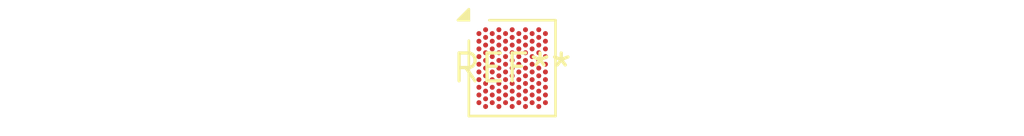
<source format=kicad_pcb>
(kicad_pcb (version 20240108) (generator pcbnew)
  (layers (0 "F.Cu" signal) (31 "B.Cu" signal) (34 "B.Paste" user) (35 "F.Paste" user) (36 "B.SilkS" user "B.Silkscreen") (37 "F.SilkS" user "F.Silkscreen") (38 "B.Mask" user) (39 "F.Mask" user) (44 "Edge.Cuts" user))
  (net 0 "")
  (footprint "ST_WLCSP-115_3.73x4.15mm_P0.35mm_Stagger" (layer "F.Cu") (at 0 0)
    (property "Reference" "REF**")
    (property "Value" "ST_WLCSP-115_3.73x4.15mm_P0.35mm_Stagger")
    (fp_line (start -1.975 2.185) (end -1.975 -1.2525) (layer "F.SilkS") (stroke (width 0.12)))
    (fp_line (start -1.0425 -2.185) (end 1.975 -2.185) (layer "F.SilkS") (stroke (width 0.12)))
    (fp_line (start 1.975 -2.185) (end 1.975 2.185) (layer "F.SilkS") (stroke (width 0.12)))
    (fp_line (start 1.975 2.185) (end -1.975 2.185) (layer "F.SilkS") (stroke (width 0.12)))
    (fp_poly (pts (xy -1.975 -2.185) (xy -2.475 -2.185) (xy -1.975 -2.685) (xy -1.975 -2.185)) (layer "F.SilkS") (stroke (width 0.12)) (fill solid))
    (pad "A2" smd circle (at -1.212436 -1.75) (size 0.225 0.225) (property pad_prop_bga) (layers "F.Cu" "F.Paste" "F.Mask"))
    (pad "A4" smd circle (at -0.606218 -1.75) (size 0.225 0.225) (property pad_prop_bga) (layers "F.Cu" "F.Paste" "F.Mask"))
    (pad "A6" smd circle (at 0 -1.75) (size 0.225 0.225) (property pad_prop_bga) (layers "F.Cu" "F.Paste" "F.Mask"))
    (pad "A8" smd circle (at 0.606218 -1.75) (size 0.225 0.225) (property pad_prop_bga) (layers "F.Cu" "F.Paste" "F.Mask"))
    (pad "A10" smd circle (at 1.212436 -1.75) (size 0.225 0.225) (property pad_prop_bga) (layers "F.Cu" "F.Paste" "F.Mask"))
    (pad "AA2" smd circle (at -1.212436 1.75) (size 0.225 0.225) (property pad_prop_bga) (layers "F.Cu" "F.Paste" "F.Mask"))
    (pad "AA4" smd circle (at -0.606218 1.75) (size 0.225 0.225) (property pad_prop_bga) (layers "F.Cu" "F.Paste" "F.Mask"))
    (pad "AA6" smd circle (at 0 1.75) (size 0.225 0.225) (property pad_prop_bga) (layers "F.Cu" "F.Paste" "F.Mask"))
    (pad "AA8" smd circle (at 0.606218 1.75) (size 0.225 0.225) (property pad_prop_bga) (layers "F.Cu" "F.Paste" "F.Mask"))
    (pad "AA10" smd circle (at 1.212436 1.75) (size 0.225 0.225) (property pad_prop_bga) (layers "F.Cu" "F.Paste" "F.Mask"))
    (pad "B1" smd circle (at -1.515544 -1.575) (size 0.225 0.225) (property pad_prop_bga) (layers "F.Cu" "F.Paste" "F.Mask"))
    (pad "B3" smd circle (at -0.909327 -1.575) (size 0.225 0.225) (property pad_prop_bga) (layers "F.Cu" "F.Paste" "F.Mask"))
    (pad "B5" smd circle (at -0.303109 -1.575) (size 0.225 0.225) (property pad_prop_bga) (layers "F.Cu" "F.Paste" "F.Mask"))
    (pad "B7" smd circle (at 0.303109 -1.575) (size 0.225 0.225) (property pad_prop_bga) (layers "F.Cu" "F.Paste" "F.Mask"))
    (pad "B9" smd circle (at 0.909327 -1.575) (size 0.225 0.225) (property pad_prop_bga) (layers "F.Cu" "F.Paste" "F.Mask"))
    (pad "B11" smd circle (at 1.515544 -1.575) (size 0.225 0.225) (property pad_prop_bga) (layers "F.Cu" "F.Paste" "F.Mask"))
    (pad "C2" smd circle (at -1.212436 -1.4) (size 0.225 0.225) (property pad_prop_bga) (layers "F.Cu" "F.Paste" "F.Mask"))
    (pad "C4" smd circle (at -0.606218 -1.4) (size 0.225 0.225) (property pad_prop_bga) (layers "F.Cu" "F.Paste" "F.Mask"))
    (pad "C6" smd circle (at 0 -1.4) (size 0.225 0.225) (property pad_prop_bga) (layers "F.Cu" "F.Paste" "F.Mask"))
    (pad "C8" smd circle (at 0.606218 -1.4) (size 0.225 0.225) (property pad_prop_bga) (layers "F.Cu" "F.Paste" "F.Mask"))
    (pad "C10" smd circle (at 1.212436 -1.4) (size 0.225 0.225) (property pad_prop_bga) (layers "F.Cu" "F.Paste" "F.Mask"))
    (pad "D1" smd circle (at -1.515544 -1.225) (size 0.225 0.225) (property pad_prop_bga) (layers "F.Cu" "F.Paste" "F.Mask"))
    (pad "D3" smd circle (at -0.909327 -1.225) (size 0.225 0.225) (property pad_prop_bga) (layers "F.Cu" "F.Paste" "F.Mask"))
    (pad "D5" smd circle (at -0.303109 -1.225) (size 0.225 0.225) (property pad_prop_bga) (layers "F.Cu" "F.Paste" "F.Mask"))
    (pad "D7" smd circle (at 0.303109 -1.225) (size 0.225 0.225) (property pad_prop_bga) (layers "F.Cu" "F.Paste" "F.Mask"))
    (pad "D9" smd circle (at 0.909327 -1.225) (size 0.225 0.225) (property pad_prop_bga) (layers "F.Cu" "F.Paste" "F.Mask"))
    (pad "D11" smd circle (at 1.515544 -1.225) (size 0.225 0.225) (property pad_prop_bga) (layers "F.Cu" "F.Paste" "F.Mask"))
    (pad "E2" smd circle (at -1.212436 -1.05) (size 0.225 0.225) (property pad_prop_bga) (layers "F.Cu" "F.Paste" "F.Mask"))
    (pad "E4" smd circle (at -0.606218 -1.05) (size 0.225 0.225) (property pad_prop_bga) (layers "F.Cu" "F.Paste" "F.Mask"))
    (pad "E6" smd circle (at 0 -1.05) (size 0.225 0.225) (property pad_prop_bga) (layers "F.Cu" "F.Paste" "F.Mask"))
    (pad "E8" smd circle (at 0.606218 -1.05) (size 0.225 0.225) (property pad_prop_bga) (layers "F.Cu" "F.Paste" "F.Mask"))
    (pad "E10" smd circle (at 1.212436 -1.05) (size 0.225 0.225) (property pad_prop_bga) (layers "F.Cu" "F.Paste" "F.Mask"))
    (pad "F1" smd circle (at -1.515544 -0.875) (size 0.225 0.225) (property pad_prop_bga) (layers "F.Cu" "F.Paste" "F.Mask"))
    (pad "F3" smd circle (at -0.909327 -0.875) (size 0.225 0.225) (property pad_prop_bga) (layers "F.Cu" "F.Paste" "F.Mask"))
    (pad "F5" smd circle (at -0.303109 -0.875) (size 0.225 0.225) (property pad_prop_bga) (layers "F.Cu" "F.Paste" "F.Mask"))
    (pad "F7" smd circle (at 0.303109 -0.875) (size 0.225 0.225) (property pad_prop_bga) (layers "F.Cu" "F.Paste" "F.Mask"))
    (pad "F9" smd circle (at 0.909327 -0.875) (size 0.225 0.225) (property pad_prop_bga) (layers "F.Cu" "F.Paste" "F.Mask"))
    (pad "F11" smd circle (at 1.515544 -0.875) (size 0.225 0.225) (property pad_prop_bga) (layers "F.Cu" "F.Paste" "F.Mask"))
    (pad "G2" smd circle (at -1.212436 -0.7) (size 0.225 0.225) (property pad_prop_bga) (layers "F.Cu" "F.Paste" "F.Mask"))
    (pad "G4" smd circle (at -0.606218 -0.7) (size 0.225 0.225) (property pad_prop_bga) (layers "F.Cu" "F.Paste" "F.Mask"))
    (pad "G6" smd circle (at 0 -0.7) (size 0.225 0.225) (property pad_prop_bga) (layers "F.Cu" "F.Paste" "F.Mask"))
    (pad "G8" smd circle (at 0.606218 -0.7) (size 0.225 0.225) (property pad_prop_bga) (layers "F.Cu" "F.Paste" "F.Mask"))
    (pad "G10" smd circle (at 1.212436 -0.7) (size 0.225 0.225) (property pad_prop_bga) (layers "F.Cu" "F.Paste" "F.Mask"))
    (pad "H1" smd circle (at -1.515544 -0.525) (size 0.225 0.225) (property pad_prop_bga) (layers "F.Cu" "F.Paste" "F.Mask"))
    (pad "H3" smd circle (at -0.909327 -0.525) (size 0.225 0.225) (property pad_prop_bga) (layers "F.Cu" "F.Paste" "F.Mask"))
    (pad "H5" smd circle (at -0.303109 -0.525) (size 0.225 0.225) (property pad_prop_bga) (layers "F.Cu" "F.Paste" "F.Mask"))
    (pad "H7" smd circle (at 0.303109 -0.525) (size 0.225 0.225) (property pad_prop_bga) (layers "F.Cu" "F.Paste" "F.Mask"))
    (pad "H9" smd circle (at 0.909327 -0.525) (size 0.225 0.225) (property pad_prop_bga) (layers "F.Cu" "F.Paste" "F.Mask"))
    (pad "H11" smd circle (at 1.515544 -0.525) (size 0.225 0.225) (property pad_prop_bga) (layers "F.Cu" "F.Paste" "F.Mask"))
    (pad "J2" smd circle (at -1.212436 -0.35) (size 0.225 0.225) (property pad_prop_bga) (layers "F.Cu" "F.Paste" "F.Mask"))
    (pad "J4" smd circle (at -0.606218 -0.35) (size 0.225 0.225) (property pad_prop_bga) (layers "F.Cu" "F.Paste" "F.Mask"))
    (pad "J6" smd circle (at 0 -0.35) (size 0.225 0.225) (property pad_prop_bga) (layers "F.Cu" "F.Paste" "F.Mask"))
    (pad "J8" smd circle (at 0.606218 -0.35) (size 0.225 0.225) (property pad_prop_bga) (layers "F.Cu" "F.Paste" "F.Mask"))
    (pad "J10" smd circle (at 1.212436 -0.35) (size 0.225 0.225) (property pad_prop_bga) (layers "F.Cu" "F.Paste" "F.Mask"))
    (pad "K1" smd circle (at -1.515544 -0.175) (size 0.225 0.225) (property pad_prop_bga) (layers "F.Cu" "F.Paste" "F.Mask"))
    (pad "K3" smd circle (at -0.909327 -0.175) (size 0.225 0.225) (property pad_prop_bga) (layers "F.Cu" "F.Paste" "F.Mask"))
    (pad "K5" smd circle (at -0.303109 -0.175) (size 0.225 0.225) (property pad_prop_bga) (layers "F.Cu" "F.Paste" "F.Mask"))
    (pad "K7" smd circle (at 0.303109 -0.175) (size 0.225 0.225) (property pad_prop_bga) (layers "F.Cu" "F.Paste" "F.Mask"))
    (pad "K9" smd circle (at 0.909327 -0.175) (size 0.225 0.225) (property pad_prop_bga) (layers "F.Cu" "F.Paste" "F.Mask"))
    (pad "K11" smd circle (at 1.515544 -0.175) (size 0.225 0.225) (property pad_prop_bga) (layers "F.Cu" "F.Paste" "F.Mask"))
    (pad "L2" smd circle (at -1.212436 0) (size 0.225 0.225) (property pad_prop_bga) (layers "F.Cu" "F.Paste" "F.Mask"))
    (pad "L4" smd circle (at -0.606218 0) (size 0.225 0.225) (property pad_prop_bga) (layers "F.Cu" "F.Paste" "F.Mask"))
    (pad "L6" smd circle (at 0 0) (size 0.225 0.225) (property pad_prop_bga) (layers "F.Cu" "F.Paste" "F.Mask"))
    (pad "L8" smd circle (at 0.606218 0) (size 0.225 0.225) (property pad_prop_bga) (layers "F.Cu" "F.Paste" "F.Mask"))
    (pad "L10" smd circle (at 1.212436 0) (size 0.225 0.225) (property pad_prop_bga) (layers "F.Cu" "F.Paste" "F.Mask"))
    (pad "M1" smd circle (at -1.515544 0.175) (size 0.225 0.225) (property pad_prop_bga) (layers "F.Cu" "F.Paste" "F.Mask"))
    (pad "M3" smd circle (at -0.909327 0.175) (size 0.225 0.225) (property pad_prop_bga) (layers "F.Cu" "F.Paste" "F.Mask"))
    (pad "M5" smd circle (at -0.303109 0.175) (size 0.225 0.225) (property pad_prop_bga) (layers "F.Cu" "F.Paste" "F.Mask"))
    (pad "M7" smd circle (at 0.303109 0.175) (size 0.225 0.225) (property pad_prop_bga) (layers "F.Cu" "F.Paste" "F.Mask"))
    (pad "M9" smd circle (at 0.909327 0.175) (size 0.225 0.225) (property pad_prop_bga) (layers "F.Cu" "F.Paste" "F.Mask"))
    (pad "M11" smd circle (at 1.515544 0.175) (size 0.225 0.225) (property pad_prop_bga) (layers "F.Cu" "F.Paste" "F.Mask"))
    (pad "N2" smd circle (at -1.212436 0.35) (size 0.225 0.225) (property pad_prop_bga) (layers "F.Cu" "F.Paste" "F.Mask"))
    (pad "N4" smd circle (at -0.606218 0.35) (size 0.225 0.225) (property pad_prop_bga) (layers "F.Cu" "F.Paste" "F.Mask"))
    (pad "N6" smd circle (at 0 0.35) (size 0.225 0.225) (property pad_prop_bga) (layers "F.Cu" "F.Paste" "F.Mask"))
    (pad "N8" smd circle (at 0.606218 0.35) (size 0.225 0.225) (property pad_prop_bga) (layers "F.Cu" "F.Paste" "F.Mask"))
    (pad "N10" smd circle (at 1.212436 0.35) (size 0.225 0.225) (property pad_prop_bga) (layers "F.Cu" "F.Paste" "F.Mask"))
    (pad "P1" smd circle (at -1.515544 0.525) (size 0.225 0.225) (property pad_prop_bga) (layers "F.Cu" "F.Paste" "F.Mask"))
    (pad "P3" smd circle (at -0.909327 0.525) (size 0.225 0.225) (property pad_prop_bga) (layers "F.Cu" "F.Paste" "F.Mask"))
    (pad "P5" smd circle (at -0.303109 0.525) (size 0.225 0.225) (property pad_prop_bga) (layers "F.Cu" "F.Paste" "F.Mask"))
    (pad "P7" smd circle (at 0.303109 0.525) (size 0.225 0.225) (property pad_prop_bga) (layers "F.Cu" "F.Paste" "F.Mask"))
    (pad "P9" smd circle (at 0.909327 0.525) (size 0.225 0.225) (property pad_prop_bga) (layers "F.Cu" "F.Paste" "F.Mask"))
    (pad "P11" smd circle (at 1.515544 0.525) (size 0.225 0.225) (property pad_prop_bga) (layers "F.Cu" "F.Paste" "F.Mask"))
    (pad "R2" smd circle (at -1.212436 0.7) (size 0.225 0.225) (property pad_prop_bga) (layers "F.Cu" "F.Paste" "F.Mask"))
    (pad "R4" smd circle (at -0.606218 0.7) (size 0.225 0.225) (property pad_prop_bga) (layers "F.Cu" "F.Paste" "F.Mask"))
    (pad "R6" smd circle (at 0 0.7) (size 0.225 0.225) (property pad_prop_bga) (layers "F.Cu" "F.Paste" "F.Mask"))
    (pad "R8" smd circle (at 0.606218 0.7) (size 0.225 0.225) (property pad_prop_bga) (layers "F.Cu" "F.Paste" "F.Mask"))
    (pad "R10" smd circle (at 1.212436 0.7) (size 0.225 0.225) (property pad_prop_bga) (layers "F.Cu" "F.Paste" "F.Mask"))
    (pad "T1" smd circle (at -1.515544 0.875) (size 0.225 0.225) (property pad_prop_bga) (layers "F.Cu" "F.Paste" "F.Mask"))
    (pad "T3" smd circle (at -0.909327 0.875) (size 0.225 0.225) (property pad_prop_bga) (layers "F.Cu" "F.Paste" "F.Mask"))
    (pad "T5" smd circle (at -0.303109 0.875) (size 0.225 0.225) (property pad_prop_bga) (layers "F.Cu" "F.Paste" "F.Mask"))
    (pad "T7" smd circle (at 0.303109 0.875) (size 0.225 0.225) (property pad_prop_bga) (layers "F.Cu" "F.Paste" "F.Mask"))
    (pad "T9" smd circle (at 0.909327 0.875) (size 0.225 0.225) (property pad_prop_bga) (layers "F.Cu" "F.Paste" "F.Mask"))
    (pad "T11" smd circle (at 1.515544 0.875) (size 0.225 0.225) (property pad_prop_bga) (layers "F.Cu" "F.Paste" "F.Mask"))
    (pad "U2" smd circle (at -1.212436 1.05) (size 0.225 0.225) (property pad_prop_bga) (layers "F.Cu" "F.Paste" "F.Mask"))
    (pad "U4" smd circle (at -0.606218 1.05) (size 0.225 0.225) (property pad_prop_bga) (layers "F.Cu" "F.Paste" "F.Mask"))
    (pad "U6" smd circle (at 0 1.05) (size 0.225 0.225) (property pad_prop_bga) (layers "F.Cu" "F.Paste" "F.Mask"))
    (pad "U8" smd circle (at 0.606218 1.05) (size 0.225 0.225) (property pad_prop_bga) (layers "F.Cu" "F.Paste" "F.Mask"))
    (pad "U10" smd circle (at 1.212436 1.05) (size 0.225 0.225) (property pad_prop_bga) (layers "F.Cu" "F.Paste" "F.Mask"))
    (pad "V1" smd circle (at -1.515544 1.225) (size 0.225 0.225) (property pad_prop_bga) (layers "F.Cu" "F.Paste" "F.Mask"))
    (pad "V3" smd circle (at -0.909327 1.225) (size 0.225 0.225) (property pad_prop_bga) (layers "F.Cu" "F.Paste" "F.Mask"))
    (pad "V5" smd circle (at -0.303109 1.225) (size 0.225 0.225) (property pad_prop_bga) (layers "F.Cu" "F.Paste" "F.Mask"))
    (pad "V7" smd circle (at 0.303109 1.225) (size 0.225 0.225) (property pad_prop_bga) (layers "F.Cu" "F.Paste" "F.Mask"))
    (pad "V9" smd circle (at 0.909327 1.225) (size 0.225 0.225) (property pad_prop_bga) (layers "F.Cu" "F.Paste" "F.Mask"))
    (pad "V11" smd circle (at 1.515544 1.225) (size 0.225 0.225) (property pad_prop_bga) (layers "F.Cu" "F.Paste" "F.Mask"))
    (pad "W2" smd circle (at -1.212436 1.4) (size 0.225 0.225) (property pad_prop_bga) (layers "F.Cu" "F.Paste" "F.Mask"))
    (pad "W4" smd circle (at -0.606218 1.4) (size 0.225 0.225) (property pad_prop_bga) (layers "F.Cu" "F.Paste" "F.Mask"))
    (pad "W6" smd circle (at 0 1.4) (size 0.225 0.225) (property pad_prop_bga) (layers "F.Cu" "F.Paste" "F.Mask"))
    (pad "W8" smd circle (at 0.606218 1.4) (size 0.225 0.225) (property pad_prop_bga) (layers "F.Cu" "F.Paste" "F.Mask"))
    (pad "W10" smd circle (at 1.212436 1.4) (size 0.225 0.225) (property pad_prop_bga) (layers "F.Cu" "F.Paste" "F.Mask"))
    (pad "Y1" smd circle (at -1.515544 1.575) (size 0.225 0.225) (property pad_prop_bga) (layers "F.Cu" "F.Paste" "F.Mask"))
    (pad "Y3" smd circle (at -0.909327 1.575) (size 0.225 0.225) (property pad_prop_bga) (layers "F.Cu" "F.Paste" "F.Mask"))
    (pad "Y5" smd circle (at -0.303109 1.575) (size 0.225 0.225) (property pad_prop_bga) (layers "F.Cu" "F.Paste" "F.Mask"))
    (pad "Y7" smd circle (at 0.303109 1.575) (size 0.225 0.225) (property pad_prop_bga) (layers "F.Cu" "F.Paste" "F.Mask"))
    (pad "Y9" smd circle (at 0.909327 1.575) (size 0.225 0.225) (property pad_prop_bga) (layers "F.Cu" "F.Paste" "F.Mask"))
    (pad "Y11" smd circle (at 1.515544 1.575) (size 0.225 0.225) (property pad_prop_bga) (layers "F.Cu" "F.Paste" "F.Mask"))
  )
)
</source>
